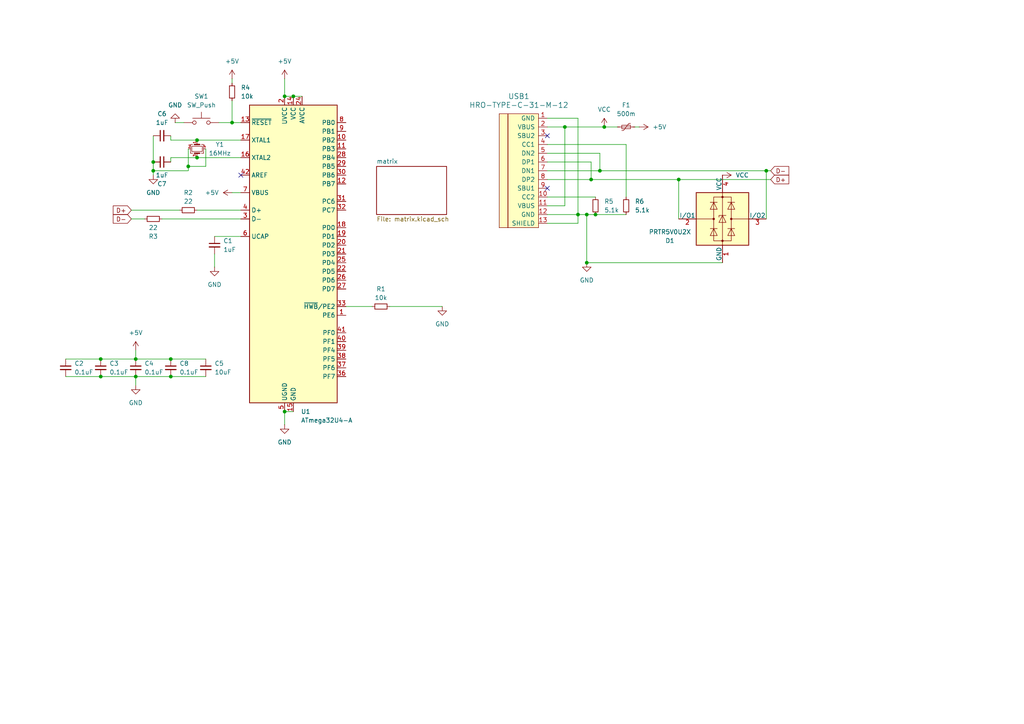
<source format=kicad_sch>
(kicad_sch (version 20231120) (generator "eeschema") (generator_version "8.0")
  (paper "A4")
  (lib_symbols
    (symbol "Device:C_Small" (pin_numbers hide) (pin_names (offset 0.254) hide)
      (property "Reference" "C" (at 0.254 1.778 0))
      (property "Value" "C_Small" (at 0.254 -2.032 0))
      (symbol "C_Small_0_1"
        (polyline (pts (xy -1.524 -0.508) (xy 1.524 -0.508)) (stroke (width 0.3302)))
        (polyline (pts (xy -1.524 0.508) (xy 1.524 0.508)) (stroke (width 0.3048)))
      )
      (symbol "C_Small_1_1"
        (pin passive line (at 0 2.54 270) (length 2.032) (name "~") (number "1"))
        (pin passive line (at 0 -2.54 90) (length 2.032) (name "~") (number "2"))
      )
    )
    (symbol "Device:Crystal_GND24_Small" (pin_names (offset 1.016) hide)
      (property "Reference" "Y" (at 1.27 4.445 0))
      (property "Value" "Crystal_GND24_Small" (at 1.27 2.54 0))
      (symbol "Crystal_GND24_Small_0_1"
        (rectangle (start -0.762 -1.524) (end 0.762 1.524))
        (polyline (pts (xy -1.27 -0.762) (xy -1.27 0.762)) (stroke (width 0.381)))
        (polyline (pts (xy 1.27 -0.762) (xy 1.27 0.762)) (stroke (width 0.381)))
        (polyline (pts (xy -1.27 -1.27) (xy -1.27 -1.905) (xy 1.27 -1.905) (xy 1.27 -1.27)))
        (polyline (pts (xy -1.27 1.27) (xy -1.27 1.905) (xy 1.27 1.905) (xy 1.27 1.27)))
      )
      (symbol "Crystal_GND24_Small_1_1"
        (pin passive line (at -2.54 0 0) (length 1.27) (name "1") (number "1"))
        (pin passive line (at 0 -2.54 90) (length 0.635) (name "2") (number "2"))
        (pin passive line (at 2.54 0 180) (length 1.27) (name "3") (number "3"))
        (pin passive line (at 0 2.54 270) (length 0.635) (name "4") (number "4"))
      )
    )
    (symbol "Device:Polyfuse_Small" (pin_numbers hide) (pin_names (offset 0))
      (property "Reference" "F" (at -1.905 0 90))
      (property "Value" "Polyfuse_Small" (at 1.905 0 90))
      (symbol "Polyfuse_Small_0_1"
        (rectangle (start -0.508 1.27) (end 0.508 -1.27))
        (polyline (pts (xy 0 2.54) (xy 0 -2.54)))
        (polyline (pts (xy -1.016 1.27) (xy -1.016 0.762) (xy 1.016 -0.762) (xy 1.016 -1.27)))
      )
      (symbol "Polyfuse_Small_1_1"
        (pin passive line (at 0 2.54 270) (length 0.635) (name "~") (number "1"))
        (pin passive line (at 0 -2.54 90) (length 0.635) (name "~") (number "2"))
      )
    )
    (symbol "Device:R_Small" (pin_numbers hide) (pin_names (offset 0.254) hide)
      (property "Reference" "R" (at 0.762 0.508 0))
      (property "Value" "R_Small" (at 0.762 -1.016 0))
      (symbol "R_Small_0_1"
        (rectangle (start -0.762 1.778) (end 0.762 -1.778) (stroke (width 0.2032)))
      )
      (symbol "R_Small_1_1"
        (pin passive line (at 0 2.54 270) (length 0.762) (name "~") (number "1"))
        (pin passive line (at 0 -2.54 90) (length 0.762) (name "~") (number "2"))
      )
    )
    (symbol "MCU_Microchip_ATmega:ATmega32U4-A"
      (property "Reference" "U" (at -12.7 44.45 0))
      (property "Value" "ATmega32U4-A" (at 2.54 -44.45 0))
      (symbol "ATmega32U4-A_0_1"
        (rectangle (start -12.7 -43.18) (end 12.7 43.18) (stroke (width 0.254)) (fill (type background)))
      )
      (symbol "ATmega32U4-A_1_1"
        (pin bidirectional line (at 15.24 -17.78 180) (length 2.54) (name "PE6") (number "1"))
        (pin bidirectional line (at 15.24 33.02 180) (length 2.54) (name "PB2") (number "10"))
        (pin bidirectional line (at 15.24 30.48 180) (length 2.54) (name "PB3") (number "11"))
        (pin bidirectional line (at 15.24 20.32 180) (length 2.54) (name "PB7") (number "12"))
        (pin input line (at -15.24 38.1 0) (length 2.54) (name "~{RESET}") (number "13"))
        (pin power_in line (at 0 45.72 270) (length 2.54) (name "VCC") (number "14"))
        (pin power_in line (at 0 -45.72 90) (length 2.54) (name "GND") (number "15"))
        (pin output line (at -15.24 27.94 0) (length 2.54) (name "XTAL2") (number "16"))
        (pin input line (at -15.24 33.02 0) (length 2.54) (name "XTAL1") (number "17"))
        (pin bidirectional line (at 15.24 7.62 180) (length 2.54) (name "PD0") (number "18"))
        (pin bidirectional line (at 15.24 5.08 180) (length 2.54) (name "PD1") (number "19"))
        (pin power_in line (at -2.54 45.72 270) (length 2.54) (name "UVCC") (number "2"))
        (pin bidirectional line (at 15.24 2.54 180) (length 2.54) (name "PD2") (number "20"))
        (pin bidirectional line (at 15.24 0 180) (length 2.54) (name "PD3") (number "21"))
        (pin bidirectional line (at 15.24 -5.08 180) (length 2.54) (name "PD5") (number "22"))
        (pin passive line (at 0 -45.72 90) (length 2.54) hide (name "GND") (number "23"))
        (pin power_in line (at 2.54 45.72 270) (length 2.54) (name "AVCC") (number "24"))
        (pin bidirectional line (at 15.24 -2.54 180) (length 2.54) (name "PD4") (number "25"))
        (pin bidirectional line (at 15.24 -7.62 180) (length 2.54) (name "PD6") (number "26"))
        (pin bidirectional line (at 15.24 -10.16 180) (length 2.54) (name "PD7") (number "27"))
        (pin bidirectional line (at 15.24 27.94 180) (length 2.54) (name "PB4") (number "28"))
        (pin bidirectional line (at 15.24 25.4 180) (length 2.54) (name "PB5") (number "29"))
        (pin bidirectional line (at -15.24 10.16 0) (length 2.54) (name "D-") (number "3"))
        (pin bidirectional line (at 15.24 22.86 180) (length 2.54) (name "PB6") (number "30"))
        (pin bidirectional line (at 15.24 15.24 180) (length 2.54) (name "PC6") (number "31"))
        (pin bidirectional line (at 15.24 12.7 180) (length 2.54) (name "PC7") (number "32"))
        (pin bidirectional line (at 15.24 -15.24 180) (length 2.54) (name "~{HWB}/PE2") (number "33"))
        (pin passive line (at 0 45.72 270) (length 2.54) hide (name "VCC") (number "34"))
        (pin passive line (at 0 -45.72 90) (length 2.54) hide (name "GND") (number "35"))
        (pin bidirectional line (at 15.24 -35.56 180) (length 2.54) (name "PF7") (number "36"))
        (pin bidirectional line (at 15.24 -33.02 180) (length 2.54) (name "PF6") (number "37"))
        (pin bidirectional line (at 15.24 -30.48 180) (length 2.54) (name "PF5") (number "38"))
        (pin bidirectional line (at 15.24 -27.94 180) (length 2.54) (name "PF4") (number "39"))
        (pin bidirectional line (at -15.24 12.7 0) (length 2.54) (name "D+") (number "4"))
        (pin bidirectional line (at 15.24 -25.4 180) (length 2.54) (name "PF1") (number "40"))
        (pin bidirectional line (at 15.24 -22.86 180) (length 2.54) (name "PF0") (number "41"))
        (pin passive line (at -15.24 22.86 0) (length 2.54) (name "AREF") (number "42"))
        (pin passive line (at 0 -45.72 90) (length 2.54) hide (name "GND") (number "43"))
        (pin passive line (at 2.54 45.72 270) (length 2.54) hide (name "AVCC") (number "44"))
        (pin passive line (at -2.54 -45.72 90) (length 2.54) (name "UGND") (number "5"))
        (pin passive line (at -15.24 5.08 0) (length 2.54) (name "UCAP") (number "6"))
        (pin input line (at -15.24 17.78 0) (length 2.54) (name "VBUS") (number "7"))
        (pin bidirectional line (at 15.24 38.1 180) (length 2.54) (name "PB0") (number "8"))
        (pin bidirectional line (at 15.24 35.56 180) (length 2.54) (name "PB1") (number "9"))
      )
    )
    (symbol "Power_Protection:PRTR5V0U2X" (pin_names (offset 0))
      (property "Reference" "D" (at 2.794 8.636 0))
      (property "Value" "PRTR5V0U2X" (at 8.128 -9.398 0))
      (symbol "PRTR5V0U2X_0_1"
        (rectangle (start -7.62 -7.62) (end 7.62 7.62) (stroke (width 0.254)) (fill (type background)))
        (circle (center -2.54 0) (radius 0.254) (fill (type outline)))
        (rectangle (start -2.54 6.35) (end 2.54 -6.35))
        (circle (center 0 -6.35) (radius 0.254) (fill (type outline)))
        (polyline (pts (xy -2.54 0) (xy -7.62 0)))
        (polyline (pts (xy -1.524 -2.794) (xy -3.556 -2.794)))
        (polyline (pts (xy -1.524 4.826) (xy -3.556 4.826)))
        (polyline (pts (xy 0 -7.62) (xy 0 7.62)))
        (polyline (pts (xy 1.524 -2.794) (xy 3.556 -2.794)))
        (polyline (pts (xy 1.524 4.826) (xy 3.556 4.826)))
        (polyline (pts (xy 2.54 0) (xy 7.62 0)))
        (polyline (pts (xy 1.016 1.016) (xy -1.016 1.016) (xy -1.016 0.508)))
        (polyline (pts (xy -3.556 -4.826) (xy -1.524 -4.826) (xy -2.54 -2.794) (xy -3.556 -4.826)))
        (polyline (pts (xy -3.556 2.794) (xy -1.524 2.794) (xy -2.54 4.826) (xy -3.556 2.794)))
        (polyline (pts (xy -1.016 -1.016) (xy 1.016 -1.016) (xy 0 1.016) (xy -1.016 -1.016)))
        (polyline (pts (xy 3.556 -4.826) (xy 1.524 -4.826) (xy 2.54 -2.794) (xy 3.556 -4.826)))
        (polyline (pts (xy 3.556 2.794) (xy 1.524 2.794) (xy 2.54 4.826) (xy 3.556 2.794)))
        (circle (center 0 6.35) (radius 0.254) (fill (type outline)))
        (circle (center 2.54 0) (radius 0.254) (fill (type outline)))
      )
      (symbol "PRTR5V0U2X_1_1"
        (pin passive line (at 0 -12.7 90) (length 5.08) (name "GND") (number "1"))
        (pin passive line (at -12.7 0 0) (length 5.08) (name "I/O1") (number "2"))
        (pin passive line (at 12.7 0 180) (length 5.08) (name "I/O2") (number "3"))
        (pin passive line (at 0 12.7 270) (length 5.08) (name "VCC") (number "4"))
      )
    )
    (symbol "Switch:SW_Push" (pin_numbers hide) (pin_names (offset 1.016) hide)
      (property "Reference" "SW" (at 1.27 2.54 0))
      (property "Value" "SW_Push" (at 0 -1.524 0))
      (symbol "SW_Push_0_1"
        (circle (center -2.032 0) (radius 0.508))
        (polyline (pts (xy 0 1.27) (xy 0 3.048)))
        (polyline (pts (xy 2.54 1.27) (xy -2.54 1.27)))
        (circle (center 2.032 0) (radius 0.508))
        (pin passive line (at -5.08 0 0) (length 2.54) (name "1") (number "1"))
        (pin passive line (at 5.08 0 180) (length 2.54) (name "2") (number "2"))
      )
    )
    (symbol "Type-C:HRO-TYPE-C-31-M-12" (pin_names (offset 1.016))
      (property "Reference" "USB" (at -5.08 16.51 0))
      (property "Value" "HRO-TYPE-C-31-M-12" (at -10.16 -1.27 90))
      (symbol "HRO-TYPE-C-31-M-12_0_1"
        (rectangle (start -11.43 15.24) (end -8.89 -17.78) (fill (type background)))
        (rectangle (start 0 -17.78) (end -8.89 15.24) (fill (type background)))
      )
      (symbol "HRO-TYPE-C-31-M-12_1_1"
        (pin input line (at 2.54 13.97 180) (length 2.54) (name "GND") (number "1"))
        (pin input line (at 2.54 -8.89 180) (length 2.54) (name "CC2") (number "10"))
        (pin input line (at 2.54 -11.43 180) (length 2.54) (name "VBUS") (number "11"))
        (pin input line (at 2.54 -13.97 180) (length 2.54) (name "GND") (number "12"))
        (pin input line (at 2.54 -16.51 180) (length 2.54) (name "SHIELD") (number "13"))
        (pin input line (at 2.54 11.43 180) (length 2.54) (name "VBUS") (number "2"))
        (pin input line (at 2.54 8.89 180) (length 2.54) (name "SBU2") (number "3"))
        (pin input line (at 2.54 6.35 180) (length 2.54) (name "CC1") (number "4"))
        (pin input line (at 2.54 3.81 180) (length 2.54) (name "DN2") (number "5"))
        (pin input line (at 2.54 1.27 180) (length 2.54) (name "DP1") (number "6"))
        (pin input line (at 2.54 -1.27 180) (length 2.54) (name "DN1") (number "7"))
        (pin input line (at 2.54 -3.81 180) (length 2.54) (name "DP2") (number "8"))
        (pin input line (at 2.54 -6.35 180) (length 2.54) (name "SBU1") (number "9"))
      )
    )
    (symbol "power:+5V" (power) (pin_numbers hide) (pin_names (offset 0) hide)
      (property "Value" "+5V" (at 0 3.556 0))
      (symbol "+5V_0_1"
        (polyline (pts (xy -0.762 1.27) (xy 0 2.54)))
        (polyline (pts (xy 0 0) (xy 0 2.54)))
        (polyline (pts (xy 0 2.54) (xy 0.762 1.27)))
      )
      (symbol "+5V_1_1"
        (pin power_in line (at 0 0 90) (length 0) (name "~") (number "1"))
      )
    )
    (symbol "power:GND" (power) (pin_numbers hide) (pin_names (offset 0) hide)
      (property "Value" "GND" (at 0 -3.81 0))
      (symbol "GND_0_1"
        (polyline (pts (xy 0 0) (xy 0 -1.27) (xy 1.27 -1.27) (xy 0 -2.54) (xy -1.27 -1.27) (xy 0 -1.27)))
      )
      (symbol "GND_1_1"
        (pin power_in line (at 0 0 270) (length 0) (name "~") (number "1"))
      )
    )
    (symbol "power:VCC" (power) (pin_numbers hide) (pin_names (offset 0) hide)
      (property "Value" "VCC" (at 0 3.556 0))
      (symbol "VCC_0_1"
        (polyline (pts (xy -0.762 1.27) (xy 0 2.54)))
        (polyline (pts (xy 0 0) (xy 0 2.54)))
        (polyline (pts (xy 0 2.54) (xy 0.762 1.27)))
      )
      (symbol "VCC_1_1"
        (pin power_in line (at 0 0 90) (length 0) (name "~") (number "1"))
      )
    )
  )
  (junction (at 170.18 76.2))
  (junction (at 39.37 109.22))
  (junction (at 175.26 36.83))
  (junction (at 54.61 48.26))
  (junction (at 44.45 46.99))
  (junction (at 57.15 40.64))
  (junction (at 167.64 62.23))
  (junction (at 29.21 109.22))
  (junction (at 196.85 52.07))
  (junction (at 172.72 62.23))
  (junction (at 57.15 45.72))
  (junction (at 85.09 27.94))
  (junction (at 39.37 104.14))
  (junction (at 222.25 49.53))
  (junction (at 82.55 119.38))
  (junction (at 163.83 36.83))
  (junction (at 170.18 62.23))
  (junction (at 49.53 104.14))
  (junction (at 49.53 109.22))
  (junction (at 173.99 49.53))
  (junction (at 44.45 49.53))
  (junction (at 67.31 35.56))
  (junction (at 29.21 104.14))
  (junction (at 82.55 27.94))
  (junction (at 171.45 52.07))
  (no_connect (at 158.75 39.37))
  (no_connect (at 158.75 54.61))
  (no_connect (at 69.85 50.8))
  (wire (pts (xy 181.61 41.91) (xy 181.61 57.15)))
  (wire (pts (xy 173.99 49.53) (xy 222.25 49.53)))
  (wire (pts (xy 167.64 62.23) (xy 167.64 34.29)))
  (wire (pts (xy 82.55 27.94) (xy 85.09 27.94)))
  (wire (pts (xy 173.99 44.45) (xy 173.99 49.53)))
  (wire (pts (xy 39.37 104.14) (xy 49.53 104.14)))
  (wire (pts (xy 172.72 62.23) (xy 181.61 62.23)))
  (wire (pts (xy 171.45 52.07) (xy 196.85 52.07)))
  (wire (pts (xy 46.99 63.5) (xy 69.85 63.5)))
  (wire (pts (xy 38.1 60.96) (xy 52.07 60.96)))
  (wire (pts (xy 49.53 104.14) (xy 59.69 104.14)))
  (wire (pts (xy 29.21 109.22) (xy 39.37 109.22)))
  (wire (pts (xy 49.53 45.72) (xy 57.15 45.72)))
  (wire (pts (xy 57.15 45.72) (xy 69.85 45.72)))
  (wire (pts (xy 158.75 46.99) (xy 171.45 46.99)))
  (wire (pts (xy 62.23 68.58) (xy 69.85 68.58)))
  (wire (pts (xy 19.05 104.14) (xy 29.21 104.14)))
  (wire (pts (xy 19.05 109.22) (xy 29.21 109.22)))
  (wire (pts (xy 171.45 46.99) (xy 171.45 52.07)))
  (wire (pts (xy 82.55 22.86) (xy 82.55 27.94)))
  (wire (pts (xy 44.45 46.99) (xy 44.45 49.53)))
  (wire (pts (xy 82.55 119.38) (xy 82.55 123.19)))
  (wire (pts (xy 158.75 41.91) (xy 181.61 41.91)))
  (wire (pts (xy 170.18 62.23) (xy 170.18 76.2)))
  (wire (pts (xy 170.18 76.2) (xy 209.55 76.2)))
  (wire (pts (xy 196.85 52.07) (xy 196.85 63.5)))
  (wire (pts (xy 49.53 39.37) (xy 49.53 40.64)))
  (wire (pts (xy 57.15 40.64) (xy 69.85 40.64)))
  (wire (pts (xy 59.69 48.26) (xy 59.69 43.18)))
  (wire (pts (xy 54.61 48.26) (xy 54.61 49.53)))
  (wire (pts (xy 158.75 57.15) (xy 172.72 57.15)))
  (wire (pts (xy 67.31 22.86) (xy 67.31 24.13)))
  (wire (pts (xy 184.15 36.83) (xy 185.42 36.83)))
  (wire (pts (xy 170.18 62.23) (xy 172.72 62.23)))
  (wire (pts (xy 49.53 109.22) (xy 59.69 109.22)))
  (wire (pts (xy 57.15 60.96) (xy 69.85 60.96)))
  (wire (pts (xy 158.75 64.77) (xy 167.64 64.77)))
  (wire (pts (xy 158.75 49.53) (xy 173.99 49.53)))
  (wire (pts (xy 39.37 109.22) (xy 49.53 109.22)))
  (wire (pts (xy 67.31 29.21) (xy 67.31 35.56)))
  (wire (pts (xy 49.53 40.64) (xy 57.15 40.64)))
  (wire (pts (xy 100.33 88.9) (xy 107.95 88.9)))
  (wire (pts (xy 85.09 27.94) (xy 87.63 27.94)))
  (wire (pts (xy 67.31 55.88) (xy 69.85 55.88)))
  (wire (pts (xy 158.75 52.07) (xy 171.45 52.07)))
  (wire (pts (xy 158.75 59.69) (xy 163.83 59.69)))
  (wire (pts (xy 113.03 88.9) (xy 128.27 88.9)))
  (wire (pts (xy 39.37 109.22) (xy 39.37 111.76)))
  (wire (pts (xy 196.85 52.07) (xy 223.52 52.07)))
  (wire (pts (xy 54.61 48.26) (xy 59.69 48.26)))
  (wire (pts (xy 158.75 44.45) (xy 173.99 44.45)))
  (wire (pts (xy 82.55 119.38) (xy 85.09 119.38)))
  (wire (pts (xy 167.64 64.77) (xy 167.64 62.23)))
  (wire (pts (xy 62.23 73.66) (xy 62.23 77.47)))
  (wire (pts (xy 163.83 59.69) (xy 163.83 36.83)))
  (wire (pts (xy 158.75 62.23) (xy 167.64 62.23)))
  (wire (pts (xy 67.31 35.56) (xy 69.85 35.56)))
  (wire (pts (xy 63.5 35.56) (xy 67.31 35.56)))
  (wire (pts (xy 29.21 104.14) (xy 39.37 104.14)))
  (wire (pts (xy 163.83 36.83) (xy 175.26 36.83)))
  (wire (pts (xy 49.53 46.99) (xy 49.53 45.72)))
  (wire (pts (xy 54.61 49.53) (xy 44.45 49.53)))
  (wire (pts (xy 39.37 101.6) (xy 39.37 104.14)))
  (wire (pts (xy 38.1 63.5) (xy 41.91 63.5)))
  (wire (pts (xy 167.64 62.23) (xy 170.18 62.23)))
  (wire (pts (xy 54.61 43.18) (xy 54.61 48.26)))
  (wire (pts (xy 44.45 39.37) (xy 44.45 46.99)))
  (wire (pts (xy 222.25 49.53) (xy 222.25 63.5)))
  (wire (pts (xy 50.8 35.56) (xy 53.34 35.56)))
  (wire (pts (xy 167.64 34.29) (xy 158.75 34.29)))
  (wire (pts (xy 175.26 36.83) (xy 179.07 36.83)))
  (wire (pts (xy 158.75 36.83) (xy 163.83 36.83)))
  (wire (pts (xy 44.45 49.53) (xy 44.45 50.8)))
  (wire (pts (xy 222.25 49.53) (xy 223.52 49.53)))
  (global_label "D+" (shape input) (at 38.1 60.96 180) (property "Intersheetrefs" "${INTERSHEET_REFS}" (effects (hide yes))))
  (global_label "D+" (shape input) (at 223.52 52.07 0) (property "Intersheetrefs" "${INTERSHEET_REFS}" (effects (hide yes))))
  (global_label "D-" (shape input) (at 38.1 63.5 180) (property "Intersheetrefs" "${INTERSHEET_REFS}" (effects (hide yes))))
  (global_label "D-" (shape input) (at 223.52 49.53 0) (property "Intersheetrefs" "${INTERSHEET_REFS}" (effects (hide yes))))
  (symbol (lib_id "Type-C:HRO-TYPE-C-31-M-12") (at 156.21 48.26 0) (unit 1)
    (property "Reference" "USB1" (at 150.495 27.94 0) (effects (font (size 1.524 1.524))))
    (property "Value" "HRO-TYPE-C-31-M-12" (at 150.495 30.48 0) (effects (font (size 1.524 1.524))))
  )
  (symbol (lib_id "MCU_Microchip_ATmega:ATmega32U4-A") (at 85.09 73.66 0) (unit 1)
    (property "Reference" "U1" (at 87.2841 119.38 0) (effects (justify left)))
    (property "Value" "ATmega32U4-A" (at 87.2841 121.92 0) (effects (justify left)))
    (property "Footprint" "Package_QFP:TQFP-44_10x10mm_P0.8mm" (effects (hide yes)))
    (property "Datasheet" "http://ww1.microchip.com/downloads/en/DeviceDoc/Atmel-7766-8-bit-AVR-ATmega16U4-32U4_Datasheet.pdf" (effects (hide yes)))
    (property "Description" "16MHz, 32kB Flash, 2.5kB SRAM, 1kB EEPROM, USB 2.0, TQFP-44" (effects (hide yes)))
  )
  (symbol (lib_id "power:+5V") (at 185.42 36.83 270) (unit 1)
    (property "Reference" "#PWR012" (effects (hide yes)))
    (property "Value" "+5V" (at 189.23 36.8299 90) (effects (justify left)))
    (property "Description" "Power symbol creates a global label with name \"+5V\"" (effects (hide yes)))
  )
  (symbol (lib_id "Device:C_Small") (at 46.99 46.99 270) (mirror x) (unit 1)
    (property "Reference" "C7" (at 46.9836 53.34 90))
    (property "Value" "1uF" (at 46.9836 50.8 90))
    (property "Description" "Unpolarized capacitor, small symbol" (effects (hide yes)))
  )
  (symbol (lib_id "power:GND") (at 39.37 111.76 0) (unit 1)
    (property "Reference" "#PWR05" (effects (hide yes)))
    (property "Value" "GND" (at 39.37 116.84 0))
    (property "Description" "Power symbol creates a global label with name \"GND\" , ground" (effects (hide yes)))
  )
  (symbol (lib_id "power:GND") (at 170.18 76.2 0) (unit 1)
    (property "Reference" "#PWR013" (effects (hide yes)))
    (property "Value" "GND" (at 170.18 81.28 0))
    (property "Description" "Power symbol creates a global label with name \"GND\" , ground" (effects (hide yes)))
  )
  (symbol (lib_id "Device:R_Small") (at 44.45 63.5 90) (mirror x) (unit 1)
    (property "Reference" "R3" (at 44.45 68.58 90))
    (property "Value" "22" (at 44.45 66.04 90))
    (property "Description" "Resistor, small symbol" (effects (hide yes)))
  )
  (symbol (lib_id "power:GND") (at 50.8 35.56 180) (unit 1)
    (property "Reference" "#PWR09" (effects (hide yes)))
    (property "Value" "GND" (at 50.8 30.48 0))
    (property "Description" "Power symbol creates a global label with name \"GND\" , ground" (effects (hide yes)))
  )
  (symbol (lib_id "Device:C_Small") (at 29.21 106.68 0) (unit 1)
    (property "Reference" "C3" (at 31.75 105.4162 0) (effects (justify left)))
    (property "Value" "0.1uF" (at 31.75 107.9562 0) (effects (justify left)))
    (property "Description" "Unpolarized capacitor, small symbol" (effects (hide yes)))
  )
  (symbol (lib_id "power:GND") (at 62.23 77.47 0) (unit 1)
    (property "Reference" "#PWR04" (effects (hide yes)))
    (property "Value" "GND" (at 62.23 82.55 0))
    (property "Description" "Power symbol creates a global label with name \"GND\" , ground" (effects (hide yes)))
  )
  (symbol (lib_id "power:+5V") (at 82.55 22.86 0) (unit 1)
    (property "Reference" "#PWR01" (effects (hide yes)))
    (property "Value" "+5V" (at 82.55 17.78 0))
    (property "Description" "Power symbol creates a global label with name \"+5V\"" (effects (hide yes)))
  )
  (symbol (lib_id "power:VCC") (at 175.26 36.83 0) (unit 1)
    (property "Reference" "#PWR011" (effects (hide yes)))
    (property "Value" "VCC" (at 175.26 31.75 0))
    (property "Description" "Power symbol creates a global label with name \"VCC\"" (effects (hide yes)))
  )
  (symbol (lib_id "Switch:SW_Push") (at 58.42 35.56 0) (unit 1)
    (property "Reference" "SW1" (at 58.42 27.94 0))
    (property "Value" "SW_Push" (at 58.42 30.48 0))
    (property "Description" "Push button switch, generic, two pins" (effects (hide yes)))
  )
  (symbol (lib_id "power:+5V") (at 67.31 55.88 90) (unit 1)
    (property "Reference" "#PWR07" (effects (hide yes)))
    (property "Value" "+5V" (at 63.5 55.8799 90) (effects (justify left)))
    (property "Description" "Power symbol creates a global label with name \"+5V\"" (effects (hide yes)))
  )
  (symbol (lib_id "power:GND") (at 44.45 50.8 0) (unit 1)
    (property "Reference" "#PWR08" (effects (hide yes)))
    (property "Value" "GND" (at 44.45 55.88 0))
    (property "Description" "Power symbol creates a global label with name \"GND\" , ground" (effects (hide yes)))
  )
  (symbol (lib_id "Device:C_Small") (at 62.23 71.12 0) (unit 1)
    (property "Reference" "C1" (at 64.77 69.8562 0) (effects (justify left)))
    (property "Value" "1uF" (at 64.77 72.3962 0) (effects (justify left)))
    (property "Description" "Unpolarized capacitor, small symbol" (effects (hide yes)))
  )
  (symbol (lib_id "Device:C_Small") (at 19.05 106.68 0) (unit 1)
    (property "Reference" "C2" (at 21.59 105.4162 0) (effects (justify left)))
    (property "Value" "0.1uF" (at 21.59 107.9562 0) (effects (justify left)))
    (property "Description" "Unpolarized capacitor, small symbol" (effects (hide yes)))
  )
  (symbol (lib_id "Device:R_Small") (at 67.31 26.67 0) (unit 1)
    (property "Reference" "R4" (at 69.85 25.3999 0) (effects (justify left)))
    (property "Value" "10k" (at 69.85 27.9399 0) (effects (justify left)))
    (property "Description" "Resistor, small symbol" (effects (hide yes)))
  )
  (symbol (lib_id "Device:R_Small") (at 172.72 59.69 0) (unit 1)
    (property "Reference" "R5" (at 175.26 58.4199 0) (effects (justify left)))
    (property "Value" "5.1k" (at 175.26 60.9599 0) (effects (justify left)))
    (property "Description" "Resistor, small symbol" (effects (hide yes)))
  )
  (symbol (lib_id "Device:C_Small") (at 46.99 39.37 90) (unit 1)
    (property "Reference" "C6" (at 46.9963 33.02 90))
    (property "Value" "1uF" (at 46.9963 35.56 90))
    (property "Description" "Unpolarized capacitor, small symbol" (effects (hide yes)))
  )
  (symbol (lib_id "Device:Crystal_GND24_Small") (at 57.15 43.18 270) (unit 1)
    (property "Reference" "Y1" (at 63.754 41.91 90))
    (property "Value" "16MHz" (at 63.754 44.45 90))
    (property "Description" "Four pin crystal, GND on pins 2 and 4, small symbol" (effects (hide yes)))
  )
  (symbol (lib_id "Device:C_Small") (at 39.37 106.68 0) (unit 1)
    (property "Reference" "C4" (at 41.91 105.4162 0) (effects (justify left)))
    (property "Value" "0.1uF" (at 41.91 107.9562 0) (effects (justify left)))
    (property "Description" "Unpolarized capacitor, small symbol" (effects (hide yes)))
  )
  (symbol (lib_id "power:GND") (at 128.27 88.9 0) (unit 1)
    (property "Reference" "#PWR03" (effects (hide yes)))
    (property "Value" "GND" (at 128.27 93.98 0))
    (property "Description" "Power symbol creates a global label with name \"GND\" , ground" (effects (hide yes)))
  )
  (symbol (lib_id "power:GND") (at 82.55 123.19 0) (unit 1)
    (property "Reference" "#PWR02" (effects (hide yes)))
    (property "Value" "GND" (at 82.55 128.27 0))
    (property "Description" "Power symbol creates a global label with name \"GND\" , ground" (effects (hide yes)))
  )
  (symbol (lib_id "Device:C_Small") (at 49.53 106.68 0) (unit 1)
    (property "Reference" "C8" (at 52.07 105.4162 0) (effects (justify left)))
    (property "Value" "0.1uF" (at 52.07 107.9562 0) (effects (justify left)))
    (property "Description" "Unpolarized capacitor, small symbol" (effects (hide yes)))
  )
  (symbol (lib_id "Device:R_Small") (at 54.61 60.96 90) (unit 1)
    (property "Reference" "R2" (at 54.61 55.88 90))
    (property "Value" "22" (at 54.61 58.42 90))
    (property "Description" "Resistor, small symbol" (effects (hide yes)))
  )
  (symbol (lib_id "power:+5V") (at 39.37 101.6 0) (unit 1)
    (property "Reference" "#PWR06" (effects (hide yes)))
    (property "Value" "+5V" (at 39.37 96.52 0))
    (property "Description" "Power symbol creates a global label with name \"+5V\"" (effects (hide yes)))
  )
  (symbol (lib_id "Device:Polyfuse_Small") (at 181.61 36.83 90) (unit 1)
    (property "Reference" "F1" (at 181.61 30.48 90))
    (property "Value" "500m" (at 181.61 33.02 90))
    (property "Description" "Resettable fuse, polymeric positive temperature coefficient, small symbol" (effects (hide yes)))
  )
  (symbol (lib_id "Power_Protection:PRTR5V0U2X") (at 209.55 63.5 0) (unit 1)
    (property "Reference" "D1" (at 194.31 69.8186 0))
    (property "Value" "PRTR5V0U2X" (at 194.31 67.2786 0))
    (property "Footprint" "Package_TO_SOT_SMD:SOT-143" (effects (hide yes)))
    (property "Datasheet" "https://assets.nexperia.com/documents/data-sheet/PRTR5V0U2X.pdf" (effects (hide yes)))
    (property "Description" "Ultra low capacitance double rail-to-rail ESD protection diode, SOT-143" (effects (hide yes)))
  )
  (symbol (lib_id "Device:R_Small") (at 110.49 88.9 90) (unit 1)
    (property "Reference" "R1" (at 110.49 83.82 90))
    (property "Value" "10k" (at 110.49 86.36 90))
    (property "Description" "Resistor, small symbol" (effects (hide yes)))
  )
  (symbol (lib_id "power:VCC") (at 209.55 50.8 270) (unit 1)
    (property "Reference" "#PWR014" (effects (hide yes)))
    (property "Value" "VCC" (at 213.36 50.7999 90) (effects (justify left)))
    (property "Description" "Power symbol creates a global label with name \"VCC\"" (effects (hide yes)))
  )
  (symbol (lib_id "power:+5V") (at 67.31 22.86 0) (unit 1)
    (property "Reference" "#PWR010" (effects (hide yes)))
    (property "Value" "+5V" (at 67.31 17.78 0))
    (property "Description" "Power symbol creates a global label with name \"+5V\"" (effects (hide yes)))
  )
  (symbol (lib_id "Device:C_Small") (at 59.69 106.68 0) (unit 1)
    (property "Reference" "C5" (at 62.23 105.4162 0) (effects (justify left)))
    (property "Value" "10uF" (at 62.23 107.9562 0) (effects (justify left)))
    (property "Description" "Unpolarized capacitor, small symbol" (effects (hide yes)))
  )
  (symbol (lib_id "Device:R_Small") (at 181.61 59.69 0) (unit 1)
    (property "Reference" "R6" (at 184.15 58.4199 0) (effects (justify left)))
    (property "Value" "5.1k" (at 184.15 60.9599 0) (effects (justify left)))
    (property "Description" "Resistor, small symbol" (effects (hide yes)))
  )
  (sheet (at 109.22 48.26) (size 20.32 13.97) (stroke (width 0.1524))
    (property "Sheetname" "matrix" (at 109.22 47.5484 0) (effects (justify left bottom)))
    (property "Sheetfile" "matrix.kicad_sch" (at 109.22 62.8146 0) (effects (justify left top)))
  )
)
</source>
